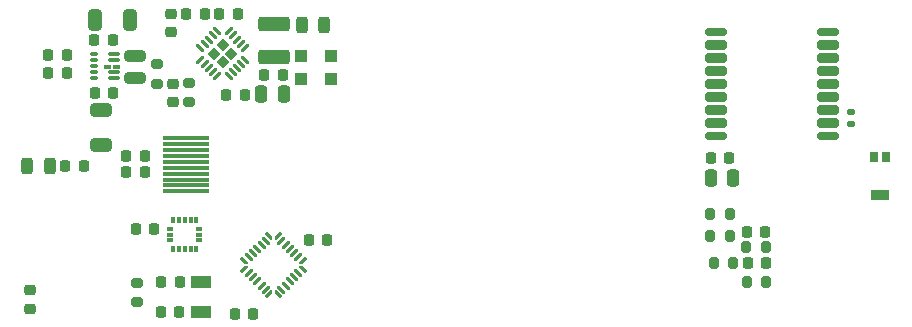
<source format=gbr>
%TF.GenerationSoftware,KiCad,Pcbnew,(6.0.0)*%
%TF.CreationDate,2022-02-06T18:07:19-07:00*%
%TF.ProjectId,SolarGPS,536f6c61-7247-4505-932e-6b696361645f,rev?*%
%TF.SameCoordinates,Original*%
%TF.FileFunction,Paste,Top*%
%TF.FilePolarity,Positive*%
%FSLAX46Y46*%
G04 Gerber Fmt 4.6, Leading zero omitted, Abs format (unit mm)*
G04 Created by KiCad (PCBNEW (6.0.0)) date 2022-02-06 18:07:19*
%MOMM*%
%LPD*%
G01*
G04 APERTURE LIST*
G04 Aperture macros list*
%AMRoundRect*
0 Rectangle with rounded corners*
0 $1 Rounding radius*
0 $2 $3 $4 $5 $6 $7 $8 $9 X,Y pos of 4 corners*
0 Add a 4 corners polygon primitive as box body*
4,1,4,$2,$3,$4,$5,$6,$7,$8,$9,$2,$3,0*
0 Add four circle primitives for the rounded corners*
1,1,$1+$1,$2,$3*
1,1,$1+$1,$4,$5*
1,1,$1+$1,$6,$7*
1,1,$1+$1,$8,$9*
0 Add four rect primitives between the rounded corners*
20,1,$1+$1,$2,$3,$4,$5,0*
20,1,$1+$1,$4,$5,$6,$7,0*
20,1,$1+$1,$6,$7,$8,$9,0*
20,1,$1+$1,$8,$9,$2,$3,0*%
%AMOutline4P*
0 Free polygon, 4 corners , with rotation*
0 The origin of the aperture is its center*
0 number of corners: always 4*
0 $1 to $8 corner X, Y*
0 $9 Rotation angle, in degrees counterclockwise*
0 create outline with 4 corners*
4,1,4,$1,$2,$3,$4,$5,$6,$7,$8,$1,$2,$9*%
%AMFreePoly0*
4,1,17,0.230680,0.111820,0.364318,-0.021819,0.364320,-0.021820,0.364320,-0.021821,0.377501,-0.053640,0.377500,-0.053642,0.377500,-0.080000,0.364320,-0.111820,0.332500,-0.125000,-0.332500,-0.125000,-0.364320,-0.111820,-0.377500,-0.080000,-0.377500,0.080000,-0.364320,0.111820,-0.332500,0.125000,0.198860,0.125000,0.230680,0.111820,0.230680,0.111820,$1*%
%AMFreePoly1*
4,1,17,0.364320,0.111820,0.377500,0.080000,0.377500,0.053642,0.377501,0.053640,0.369779,0.035000,0.364320,0.021820,0.364318,0.021819,0.230680,-0.111820,0.198860,-0.125000,-0.332500,-0.125000,-0.364320,-0.111820,-0.377500,-0.080000,-0.377500,0.080000,-0.364320,0.111820,-0.332500,0.125000,0.332500,0.125000,0.364320,0.111820,0.364320,0.111820,$1*%
%AMFreePoly2*
4,1,17,0.053642,0.377500,0.080000,0.377500,0.111820,0.364320,0.125000,0.332500,0.125000,-0.332500,0.111820,-0.364320,0.080000,-0.377500,-0.080000,-0.377500,-0.111820,-0.364320,-0.125000,-0.332500,-0.125000,0.198860,-0.111820,0.230680,0.021819,0.364318,0.021820,0.364320,0.031140,0.368181,0.053640,0.377501,0.053642,0.377500,0.053642,0.377500,$1*%
%AMFreePoly3*
4,1,17,-0.021820,0.364320,0.111818,0.230681,0.111820,0.230680,0.111820,0.230679,0.125001,0.198860,0.125000,0.198858,0.125000,-0.332500,0.111820,-0.364320,0.080000,-0.377500,-0.080000,-0.377500,-0.111820,-0.364320,-0.125000,-0.332500,-0.125000,0.332500,-0.111820,0.364320,-0.080000,0.377500,-0.053640,0.377500,-0.021820,0.364320,-0.021820,0.364320,$1*%
%AMFreePoly4*
4,1,17,0.364320,0.111820,0.377500,0.080000,0.377500,-0.080000,0.364320,-0.111820,0.332500,-0.125000,-0.198858,-0.125000,-0.198860,-0.125001,-0.221360,-0.115681,-0.230680,-0.111820,-0.230681,-0.111818,-0.364320,0.021820,-0.377500,0.053640,-0.377500,0.080000,-0.364320,0.111820,-0.332500,0.125000,0.332500,0.125000,0.364320,0.111820,0.364320,0.111820,$1*%
%AMFreePoly5*
4,1,17,-0.198858,0.125000,0.332500,0.125000,0.364320,0.111820,0.377500,0.080000,0.377500,-0.080000,0.364320,-0.111820,0.332500,-0.125000,-0.332500,-0.125000,-0.364320,-0.111820,-0.377500,-0.080000,-0.377500,-0.053640,-0.364320,-0.021820,-0.230681,0.111818,-0.230680,0.111820,-0.221360,0.115681,-0.198860,0.125001,-0.198858,0.125000,-0.198858,0.125000,$1*%
%AMFreePoly6*
4,1,17,0.111820,0.364320,0.125000,0.332500,0.125000,-0.198858,0.125001,-0.198860,0.115681,-0.221360,0.111820,-0.230680,0.111818,-0.230681,-0.021820,-0.364320,-0.053640,-0.377500,-0.080000,-0.377500,-0.111820,-0.364320,-0.125000,-0.332500,-0.125000,0.332500,-0.111820,0.364320,-0.080000,0.377500,0.080000,0.377500,0.111820,0.364320,0.111820,0.364320,$1*%
%AMFreePoly7*
4,1,17,0.111820,0.364320,0.125000,0.332500,0.125000,-0.332500,0.111820,-0.364320,0.080000,-0.377500,0.053642,-0.377500,0.053640,-0.377501,0.031140,-0.368181,0.021820,-0.364320,0.021819,-0.364318,-0.111820,-0.230680,-0.125000,-0.198860,-0.125000,0.332500,-0.111820,0.364320,-0.080000,0.377500,0.080000,0.377500,0.111820,0.364320,0.111820,0.364320,$1*%
G04 Aperture macros list end*
%ADD10C,0.010000*%
%ADD11RoundRect,0.250000X-0.325000X-0.650000X0.325000X-0.650000X0.325000X0.650000X-0.325000X0.650000X0*%
%ADD12RoundRect,0.218750X0.218750X0.256250X-0.218750X0.256250X-0.218750X-0.256250X0.218750X-0.256250X0*%
%ADD13RoundRect,0.243750X-0.243750X-0.456250X0.243750X-0.456250X0.243750X0.456250X-0.243750X0.456250X0*%
%ADD14RoundRect,0.218750X-0.218750X-0.256250X0.218750X-0.256250X0.218750X0.256250X-0.218750X0.256250X0*%
%ADD15RoundRect,0.250000X0.650000X-0.325000X0.650000X0.325000X-0.650000X0.325000X-0.650000X-0.325000X0*%
%ADD16RoundRect,0.012500X-0.287500X-0.112500X0.287500X-0.112500X0.287500X0.112500X-0.287500X0.112500X0*%
%ADD17RoundRect,0.012500X-0.437500X-0.112500X0.437500X-0.112500X0.437500X0.112500X-0.437500X0.112500X0*%
%ADD18RoundRect,0.243750X-0.656250X0.243750X-0.656250X-0.243750X0.656250X-0.243750X0.656250X0.243750X0*%
%ADD19RoundRect,0.250000X-1.075000X0.375000X-1.075000X-0.375000X1.075000X-0.375000X1.075000X0.375000X0*%
%ADD20RoundRect,0.218750X0.256250X-0.218750X0.256250X0.218750X-0.256250X0.218750X-0.256250X-0.218750X0*%
%ADD21RoundRect,0.250000X0.250000X0.475000X-0.250000X0.475000X-0.250000X-0.475000X0.250000X-0.475000X0*%
%ADD22RoundRect,0.225000X0.225000X0.250000X-0.225000X0.250000X-0.225000X-0.250000X0.225000X-0.250000X0*%
%ADD23RoundRect,0.225000X-0.225000X-0.250000X0.225000X-0.250000X0.225000X0.250000X-0.225000X0.250000X0*%
%ADD24RoundRect,0.087500X0.087500X-0.187500X0.087500X0.187500X-0.087500X0.187500X-0.087500X-0.187500X0*%
%ADD25RoundRect,0.087500X0.187500X-0.087500X0.187500X0.087500X-0.187500X0.087500X-0.187500X-0.087500X0*%
%ADD26R,4.000000X0.300000*%
%ADD27R,1.000000X1.000000*%
%ADD28RoundRect,0.202500X0.000000X0.286378X-0.286378X0.000000X0.000000X-0.286378X0.286378X0.000000X0*%
%ADD29RoundRect,0.062500X0.220971X0.309359X-0.309359X-0.220971X-0.220971X-0.309359X0.309359X0.220971X0*%
%ADD30RoundRect,0.062500X-0.220971X0.309359X-0.309359X0.220971X0.220971X-0.309359X0.309359X-0.220971X0*%
%ADD31RoundRect,0.200000X0.200000X0.275000X-0.200000X0.275000X-0.200000X-0.275000X0.200000X-0.275000X0*%
%ADD32RoundRect,0.200000X0.275000X-0.200000X0.275000X0.200000X-0.275000X0.200000X-0.275000X-0.200000X0*%
%ADD33RoundRect,0.225000X0.250000X-0.225000X0.250000X0.225000X-0.250000X0.225000X-0.250000X-0.225000X0*%
%ADD34RoundRect,0.147500X-0.172500X0.147500X-0.172500X-0.147500X0.172500X-0.147500X0.172500X0.147500X0*%
%ADD35RoundRect,0.175000X-0.725000X-0.175000X0.725000X-0.175000X0.725000X0.175000X-0.725000X0.175000X0*%
%ADD36RoundRect,0.200000X-0.700000X-0.200000X0.700000X-0.200000X0.700000X0.200000X-0.700000X0.200000X0*%
%ADD37Outline4P,-0.400000X-0.325000X0.400000X-0.325000X0.400000X0.325000X-0.400000X0.325000X90.000000*%
%ADD38Outline4P,-0.400000X-0.800000X0.400000X-0.800000X0.400000X0.800000X-0.400000X0.800000X90.000000*%
%ADD39RoundRect,0.250000X-0.250000X-0.475000X0.250000X-0.475000X0.250000X0.475000X-0.250000X0.475000X0*%
%ADD40FreePoly0,45.000000*%
%ADD41RoundRect,0.062500X-0.220971X-0.309359X0.309359X0.220971X0.220971X0.309359X-0.309359X-0.220971X0*%
%ADD42FreePoly1,45.000000*%
%ADD43FreePoly2,45.000000*%
%ADD44RoundRect,0.062500X0.220971X-0.309359X0.309359X-0.220971X-0.220971X0.309359X-0.309359X0.220971X0*%
%ADD45FreePoly3,45.000000*%
%ADD46FreePoly4,45.000000*%
%ADD47FreePoly5,45.000000*%
%ADD48FreePoly6,45.000000*%
%ADD49FreePoly7,45.000000*%
%ADD50R,1.800000X1.000000*%
G04 APERTURE END LIST*
D10*
%TO.C,U7*%
X58375000Y-55275000D02*
X57925000Y-55275000D01*
X57925000Y-55275000D02*
X57922000Y-55275000D01*
X57922000Y-55275000D02*
X57920000Y-55275000D01*
X57920000Y-55275000D02*
X57917000Y-55274000D01*
X57917000Y-55274000D02*
X57915000Y-55274000D01*
X57915000Y-55274000D02*
X57912000Y-55273000D01*
X57912000Y-55273000D02*
X57910000Y-55273000D01*
X57910000Y-55273000D02*
X57907000Y-55272000D01*
X57907000Y-55272000D02*
X57905000Y-55271000D01*
X57905000Y-55271000D02*
X57902000Y-55270000D01*
X57902000Y-55270000D02*
X57900000Y-55268000D01*
X57900000Y-55268000D02*
X57898000Y-55267000D01*
X57898000Y-55267000D02*
X57896000Y-55265000D01*
X57896000Y-55265000D02*
X57894000Y-55264000D01*
X57894000Y-55264000D02*
X57892000Y-55262000D01*
X57892000Y-55262000D02*
X57890000Y-55260000D01*
X57890000Y-55260000D02*
X57888000Y-55258000D01*
X57888000Y-55258000D02*
X57886000Y-55256000D01*
X57886000Y-55256000D02*
X57885000Y-55254000D01*
X57885000Y-55254000D02*
X57883000Y-55252000D01*
X57883000Y-55252000D02*
X57882000Y-55250000D01*
X57882000Y-55250000D02*
X57880000Y-55248000D01*
X57880000Y-55248000D02*
X57879000Y-55245000D01*
X57879000Y-55245000D02*
X57878000Y-55243000D01*
X57878000Y-55243000D02*
X57877000Y-55240000D01*
X57877000Y-55240000D02*
X57877000Y-55238000D01*
X57877000Y-55238000D02*
X57876000Y-55235000D01*
X57876000Y-55235000D02*
X57876000Y-55233000D01*
X57876000Y-55233000D02*
X57875000Y-55230000D01*
X57875000Y-55230000D02*
X57875000Y-55228000D01*
X57875000Y-55228000D02*
X57875000Y-55225000D01*
X57875000Y-55225000D02*
X57875000Y-55075000D01*
X57875000Y-55075000D02*
X57875000Y-55072000D01*
X57875000Y-55072000D02*
X57875000Y-55070000D01*
X57875000Y-55070000D02*
X57876000Y-55067000D01*
X57876000Y-55067000D02*
X57876000Y-55065000D01*
X57876000Y-55065000D02*
X57877000Y-55062000D01*
X57877000Y-55062000D02*
X57877000Y-55060000D01*
X57877000Y-55060000D02*
X57878000Y-55057000D01*
X57878000Y-55057000D02*
X57879000Y-55055000D01*
X57879000Y-55055000D02*
X57880000Y-55052000D01*
X57880000Y-55052000D02*
X57882000Y-55050000D01*
X57882000Y-55050000D02*
X57883000Y-55048000D01*
X57883000Y-55048000D02*
X57885000Y-55046000D01*
X57885000Y-55046000D02*
X57886000Y-55044000D01*
X57886000Y-55044000D02*
X57888000Y-55042000D01*
X57888000Y-55042000D02*
X57890000Y-55040000D01*
X57890000Y-55040000D02*
X57892000Y-55038000D01*
X57892000Y-55038000D02*
X57894000Y-55036000D01*
X57894000Y-55036000D02*
X57896000Y-55035000D01*
X57896000Y-55035000D02*
X57898000Y-55033000D01*
X57898000Y-55033000D02*
X57900000Y-55032000D01*
X57900000Y-55032000D02*
X57902000Y-55030000D01*
X57902000Y-55030000D02*
X57905000Y-55029000D01*
X57905000Y-55029000D02*
X57907000Y-55028000D01*
X57907000Y-55028000D02*
X57910000Y-55027000D01*
X57910000Y-55027000D02*
X57912000Y-55027000D01*
X57912000Y-55027000D02*
X57915000Y-55026000D01*
X57915000Y-55026000D02*
X57917000Y-55026000D01*
X57917000Y-55026000D02*
X57920000Y-55025000D01*
X57920000Y-55025000D02*
X57922000Y-55025000D01*
X57922000Y-55025000D02*
X57925000Y-55025000D01*
X57925000Y-55025000D02*
X58375000Y-55025000D01*
X58375000Y-55025000D02*
X58378000Y-55025000D01*
X58378000Y-55025000D02*
X58380000Y-55025000D01*
X58380000Y-55025000D02*
X58383000Y-55026000D01*
X58383000Y-55026000D02*
X58385000Y-55026000D01*
X58385000Y-55026000D02*
X58388000Y-55027000D01*
X58388000Y-55027000D02*
X58390000Y-55027000D01*
X58390000Y-55027000D02*
X58393000Y-55028000D01*
X58393000Y-55028000D02*
X58395000Y-55029000D01*
X58395000Y-55029000D02*
X58398000Y-55030000D01*
X58398000Y-55030000D02*
X58400000Y-55032000D01*
X58400000Y-55032000D02*
X58402000Y-55033000D01*
X58402000Y-55033000D02*
X58404000Y-55035000D01*
X58404000Y-55035000D02*
X58406000Y-55036000D01*
X58406000Y-55036000D02*
X58408000Y-55038000D01*
X58408000Y-55038000D02*
X58410000Y-55040000D01*
X58410000Y-55040000D02*
X58412000Y-55042000D01*
X58412000Y-55042000D02*
X58414000Y-55044000D01*
X58414000Y-55044000D02*
X58415000Y-55046000D01*
X58415000Y-55046000D02*
X58417000Y-55048000D01*
X58417000Y-55048000D02*
X58418000Y-55050000D01*
X58418000Y-55050000D02*
X58420000Y-55052000D01*
X58420000Y-55052000D02*
X58421000Y-55055000D01*
X58421000Y-55055000D02*
X58422000Y-55057000D01*
X58422000Y-55057000D02*
X58423000Y-55060000D01*
X58423000Y-55060000D02*
X58423000Y-55062000D01*
X58423000Y-55062000D02*
X58424000Y-55065000D01*
X58424000Y-55065000D02*
X58424000Y-55067000D01*
X58424000Y-55067000D02*
X58425000Y-55070000D01*
X58425000Y-55070000D02*
X58425000Y-55072000D01*
X58425000Y-55072000D02*
X58425000Y-55075000D01*
X58425000Y-55075000D02*
X58425000Y-55225000D01*
X58425000Y-55225000D02*
X58425000Y-55228000D01*
X58425000Y-55228000D02*
X58425000Y-55230000D01*
X58425000Y-55230000D02*
X58424000Y-55233000D01*
X58424000Y-55233000D02*
X58424000Y-55235000D01*
X58424000Y-55235000D02*
X58423000Y-55238000D01*
X58423000Y-55238000D02*
X58423000Y-55240000D01*
X58423000Y-55240000D02*
X58422000Y-55243000D01*
X58422000Y-55243000D02*
X58421000Y-55245000D01*
X58421000Y-55245000D02*
X58420000Y-55248000D01*
X58420000Y-55248000D02*
X58418000Y-55250000D01*
X58418000Y-55250000D02*
X58417000Y-55252000D01*
X58417000Y-55252000D02*
X58415000Y-55254000D01*
X58415000Y-55254000D02*
X58414000Y-55256000D01*
X58414000Y-55256000D02*
X58412000Y-55258000D01*
X58412000Y-55258000D02*
X58410000Y-55260000D01*
X58410000Y-55260000D02*
X58408000Y-55262000D01*
X58408000Y-55262000D02*
X58406000Y-55264000D01*
X58406000Y-55264000D02*
X58404000Y-55265000D01*
X58404000Y-55265000D02*
X58402000Y-55267000D01*
X58402000Y-55267000D02*
X58400000Y-55268000D01*
X58400000Y-55268000D02*
X58398000Y-55270000D01*
X58398000Y-55270000D02*
X58395000Y-55271000D01*
X58395000Y-55271000D02*
X58393000Y-55272000D01*
X58393000Y-55272000D02*
X58390000Y-55273000D01*
X58390000Y-55273000D02*
X58388000Y-55273000D01*
X58388000Y-55273000D02*
X58385000Y-55274000D01*
X58385000Y-55274000D02*
X58383000Y-55274000D01*
X58383000Y-55274000D02*
X58380000Y-55275000D01*
X58380000Y-55275000D02*
X58378000Y-55275000D01*
X58378000Y-55275000D02*
X58375000Y-55275000D01*
X58375000Y-55275000D02*
X58375000Y-55275000D01*
G36*
X58383000Y-55026000D02*
G01*
X58385000Y-55026000D01*
X58388000Y-55027000D01*
X58390000Y-55027000D01*
X58393000Y-55028000D01*
X58395000Y-55029000D01*
X58398000Y-55030000D01*
X58400000Y-55032000D01*
X58402000Y-55033000D01*
X58404000Y-55035000D01*
X58406000Y-55036000D01*
X58414000Y-55044000D01*
X58415000Y-55046000D01*
X58417000Y-55048000D01*
X58418000Y-55050000D01*
X58420000Y-55052000D01*
X58421000Y-55055000D01*
X58422000Y-55057000D01*
X58423000Y-55060000D01*
X58423000Y-55062000D01*
X58424000Y-55065000D01*
X58424000Y-55067000D01*
X58425000Y-55070000D01*
X58425000Y-55230000D01*
X58424000Y-55233000D01*
X58424000Y-55235000D01*
X58423000Y-55238000D01*
X58423000Y-55240000D01*
X58422000Y-55243000D01*
X58421000Y-55245000D01*
X58420000Y-55248000D01*
X58418000Y-55250000D01*
X58417000Y-55252000D01*
X58415000Y-55254000D01*
X58414000Y-55256000D01*
X58406000Y-55264000D01*
X58404000Y-55265000D01*
X58402000Y-55267000D01*
X58400000Y-55268000D01*
X58398000Y-55270000D01*
X58395000Y-55271000D01*
X58393000Y-55272000D01*
X58390000Y-55273000D01*
X58388000Y-55273000D01*
X58385000Y-55274000D01*
X58383000Y-55274000D01*
X58380000Y-55275000D01*
X57920000Y-55275000D01*
X57917000Y-55274000D01*
X57915000Y-55274000D01*
X57912000Y-55273000D01*
X57910000Y-55273000D01*
X57907000Y-55272000D01*
X57905000Y-55271000D01*
X57902000Y-55270000D01*
X57900000Y-55268000D01*
X57898000Y-55267000D01*
X57896000Y-55265000D01*
X57894000Y-55264000D01*
X57886000Y-55256000D01*
X57885000Y-55254000D01*
X57883000Y-55252000D01*
X57882000Y-55250000D01*
X57880000Y-55248000D01*
X57879000Y-55245000D01*
X57878000Y-55243000D01*
X57877000Y-55240000D01*
X57877000Y-55238000D01*
X57876000Y-55235000D01*
X57876000Y-55233000D01*
X57875000Y-55230000D01*
X57875000Y-55070000D01*
X57876000Y-55067000D01*
X57876000Y-55065000D01*
X57877000Y-55062000D01*
X57877000Y-55060000D01*
X57878000Y-55057000D01*
X57879000Y-55055000D01*
X57880000Y-55052000D01*
X57882000Y-55050000D01*
X57883000Y-55048000D01*
X57885000Y-55046000D01*
X57886000Y-55044000D01*
X57894000Y-55036000D01*
X57896000Y-55035000D01*
X57898000Y-55033000D01*
X57900000Y-55032000D01*
X57902000Y-55030000D01*
X57905000Y-55029000D01*
X57907000Y-55028000D01*
X57910000Y-55027000D01*
X57912000Y-55027000D01*
X57915000Y-55026000D01*
X57917000Y-55026000D01*
X57920000Y-55025000D01*
X58380000Y-55025000D01*
X58383000Y-55026000D01*
G37*
X58383000Y-55026000D02*
X58385000Y-55026000D01*
X58388000Y-55027000D01*
X58390000Y-55027000D01*
X58393000Y-55028000D01*
X58395000Y-55029000D01*
X58398000Y-55030000D01*
X58400000Y-55032000D01*
X58402000Y-55033000D01*
X58404000Y-55035000D01*
X58406000Y-55036000D01*
X58414000Y-55044000D01*
X58415000Y-55046000D01*
X58417000Y-55048000D01*
X58418000Y-55050000D01*
X58420000Y-55052000D01*
X58421000Y-55055000D01*
X58422000Y-55057000D01*
X58423000Y-55060000D01*
X58423000Y-55062000D01*
X58424000Y-55065000D01*
X58424000Y-55067000D01*
X58425000Y-55070000D01*
X58425000Y-55230000D01*
X58424000Y-55233000D01*
X58424000Y-55235000D01*
X58423000Y-55238000D01*
X58423000Y-55240000D01*
X58422000Y-55243000D01*
X58421000Y-55245000D01*
X58420000Y-55248000D01*
X58418000Y-55250000D01*
X58417000Y-55252000D01*
X58415000Y-55254000D01*
X58414000Y-55256000D01*
X58406000Y-55264000D01*
X58404000Y-55265000D01*
X58402000Y-55267000D01*
X58400000Y-55268000D01*
X58398000Y-55270000D01*
X58395000Y-55271000D01*
X58393000Y-55272000D01*
X58390000Y-55273000D01*
X58388000Y-55273000D01*
X58385000Y-55274000D01*
X58383000Y-55274000D01*
X58380000Y-55275000D01*
X57920000Y-55275000D01*
X57917000Y-55274000D01*
X57915000Y-55274000D01*
X57912000Y-55273000D01*
X57910000Y-55273000D01*
X57907000Y-55272000D01*
X57905000Y-55271000D01*
X57902000Y-55270000D01*
X57900000Y-55268000D01*
X57898000Y-55267000D01*
X57896000Y-55265000D01*
X57894000Y-55264000D01*
X57886000Y-55256000D01*
X57885000Y-55254000D01*
X57883000Y-55252000D01*
X57882000Y-55250000D01*
X57880000Y-55248000D01*
X57879000Y-55245000D01*
X57878000Y-55243000D01*
X57877000Y-55240000D01*
X57877000Y-55238000D01*
X57876000Y-55235000D01*
X57876000Y-55233000D01*
X57875000Y-55230000D01*
X57875000Y-55070000D01*
X57876000Y-55067000D01*
X57876000Y-55065000D01*
X57877000Y-55062000D01*
X57877000Y-55060000D01*
X57878000Y-55057000D01*
X57879000Y-55055000D01*
X57880000Y-55052000D01*
X57882000Y-55050000D01*
X57883000Y-55048000D01*
X57885000Y-55046000D01*
X57886000Y-55044000D01*
X57894000Y-55036000D01*
X57896000Y-55035000D01*
X57898000Y-55033000D01*
X57900000Y-55032000D01*
X57902000Y-55030000D01*
X57905000Y-55029000D01*
X57907000Y-55028000D01*
X57910000Y-55027000D01*
X57912000Y-55027000D01*
X57915000Y-55026000D01*
X57917000Y-55026000D01*
X57920000Y-55025000D01*
X58380000Y-55025000D01*
X58383000Y-55026000D01*
X57625000Y-55275000D02*
X57175000Y-55275000D01*
X57175000Y-55275000D02*
X57172000Y-55275000D01*
X57172000Y-55275000D02*
X57170000Y-55275000D01*
X57170000Y-55275000D02*
X57167000Y-55274000D01*
X57167000Y-55274000D02*
X57165000Y-55274000D01*
X57165000Y-55274000D02*
X57162000Y-55273000D01*
X57162000Y-55273000D02*
X57160000Y-55273000D01*
X57160000Y-55273000D02*
X57157000Y-55272000D01*
X57157000Y-55272000D02*
X57155000Y-55271000D01*
X57155000Y-55271000D02*
X57152000Y-55270000D01*
X57152000Y-55270000D02*
X57150000Y-55268000D01*
X57150000Y-55268000D02*
X57148000Y-55267000D01*
X57148000Y-55267000D02*
X57146000Y-55265000D01*
X57146000Y-55265000D02*
X57144000Y-55264000D01*
X57144000Y-55264000D02*
X57142000Y-55262000D01*
X57142000Y-55262000D02*
X57140000Y-55260000D01*
X57140000Y-55260000D02*
X57138000Y-55258000D01*
X57138000Y-55258000D02*
X57136000Y-55256000D01*
X57136000Y-55256000D02*
X57135000Y-55254000D01*
X57135000Y-55254000D02*
X57133000Y-55252000D01*
X57133000Y-55252000D02*
X57132000Y-55250000D01*
X57132000Y-55250000D02*
X57130000Y-55248000D01*
X57130000Y-55248000D02*
X57129000Y-55245000D01*
X57129000Y-55245000D02*
X57128000Y-55243000D01*
X57128000Y-55243000D02*
X57127000Y-55240000D01*
X57127000Y-55240000D02*
X57127000Y-55238000D01*
X57127000Y-55238000D02*
X57126000Y-55235000D01*
X57126000Y-55235000D02*
X57126000Y-55233000D01*
X57126000Y-55233000D02*
X57125000Y-55230000D01*
X57125000Y-55230000D02*
X57125000Y-55228000D01*
X57125000Y-55228000D02*
X57125000Y-55225000D01*
X57125000Y-55225000D02*
X57125000Y-55075000D01*
X57125000Y-55075000D02*
X57125000Y-55072000D01*
X57125000Y-55072000D02*
X57125000Y-55070000D01*
X57125000Y-55070000D02*
X57126000Y-55067000D01*
X57126000Y-55067000D02*
X57126000Y-55065000D01*
X57126000Y-55065000D02*
X57127000Y-55062000D01*
X57127000Y-55062000D02*
X57127000Y-55060000D01*
X57127000Y-55060000D02*
X57128000Y-55057000D01*
X57128000Y-55057000D02*
X57129000Y-55055000D01*
X57129000Y-55055000D02*
X57130000Y-55052000D01*
X57130000Y-55052000D02*
X57132000Y-55050000D01*
X57132000Y-55050000D02*
X57133000Y-55048000D01*
X57133000Y-55048000D02*
X57135000Y-55046000D01*
X57135000Y-55046000D02*
X57136000Y-55044000D01*
X57136000Y-55044000D02*
X57138000Y-55042000D01*
X57138000Y-55042000D02*
X57140000Y-55040000D01*
X57140000Y-55040000D02*
X57142000Y-55038000D01*
X57142000Y-55038000D02*
X57144000Y-55036000D01*
X57144000Y-55036000D02*
X57146000Y-55035000D01*
X57146000Y-55035000D02*
X57148000Y-55033000D01*
X57148000Y-55033000D02*
X57150000Y-55032000D01*
X57150000Y-55032000D02*
X57152000Y-55030000D01*
X57152000Y-55030000D02*
X57155000Y-55029000D01*
X57155000Y-55029000D02*
X57157000Y-55028000D01*
X57157000Y-55028000D02*
X57160000Y-55027000D01*
X57160000Y-55027000D02*
X57162000Y-55027000D01*
X57162000Y-55027000D02*
X57165000Y-55026000D01*
X57165000Y-55026000D02*
X57167000Y-55026000D01*
X57167000Y-55026000D02*
X57170000Y-55025000D01*
X57170000Y-55025000D02*
X57172000Y-55025000D01*
X57172000Y-55025000D02*
X57175000Y-55025000D01*
X57175000Y-55025000D02*
X57625000Y-55025000D01*
X57625000Y-55025000D02*
X57628000Y-55025000D01*
X57628000Y-55025000D02*
X57630000Y-55025000D01*
X57630000Y-55025000D02*
X57633000Y-55026000D01*
X57633000Y-55026000D02*
X57635000Y-55026000D01*
X57635000Y-55026000D02*
X57638000Y-55027000D01*
X57638000Y-55027000D02*
X57640000Y-55027000D01*
X57640000Y-55027000D02*
X57643000Y-55028000D01*
X57643000Y-55028000D02*
X57645000Y-55029000D01*
X57645000Y-55029000D02*
X57648000Y-55030000D01*
X57648000Y-55030000D02*
X57650000Y-55032000D01*
X57650000Y-55032000D02*
X57652000Y-55033000D01*
X57652000Y-55033000D02*
X57654000Y-55035000D01*
X57654000Y-55035000D02*
X57656000Y-55036000D01*
X57656000Y-55036000D02*
X57658000Y-55038000D01*
X57658000Y-55038000D02*
X57660000Y-55040000D01*
X57660000Y-55040000D02*
X57662000Y-55042000D01*
X57662000Y-55042000D02*
X57664000Y-55044000D01*
X57664000Y-55044000D02*
X57665000Y-55046000D01*
X57665000Y-55046000D02*
X57667000Y-55048000D01*
X57667000Y-55048000D02*
X57668000Y-55050000D01*
X57668000Y-55050000D02*
X57670000Y-55052000D01*
X57670000Y-55052000D02*
X57671000Y-55055000D01*
X57671000Y-55055000D02*
X57672000Y-55057000D01*
X57672000Y-55057000D02*
X57673000Y-55060000D01*
X57673000Y-55060000D02*
X57673000Y-55062000D01*
X57673000Y-55062000D02*
X57674000Y-55065000D01*
X57674000Y-55065000D02*
X57674000Y-55067000D01*
X57674000Y-55067000D02*
X57675000Y-55070000D01*
X57675000Y-55070000D02*
X57675000Y-55072000D01*
X57675000Y-55072000D02*
X57675000Y-55075000D01*
X57675000Y-55075000D02*
X57675000Y-55225000D01*
X57675000Y-55225000D02*
X57675000Y-55228000D01*
X57675000Y-55228000D02*
X57675000Y-55230000D01*
X57675000Y-55230000D02*
X57674000Y-55233000D01*
X57674000Y-55233000D02*
X57674000Y-55235000D01*
X57674000Y-55235000D02*
X57673000Y-55238000D01*
X57673000Y-55238000D02*
X57673000Y-55240000D01*
X57673000Y-55240000D02*
X57672000Y-55243000D01*
X57672000Y-55243000D02*
X57671000Y-55245000D01*
X57671000Y-55245000D02*
X57670000Y-55248000D01*
X57670000Y-55248000D02*
X57668000Y-55250000D01*
X57668000Y-55250000D02*
X57667000Y-55252000D01*
X57667000Y-55252000D02*
X57665000Y-55254000D01*
X57665000Y-55254000D02*
X57664000Y-55256000D01*
X57664000Y-55256000D02*
X57662000Y-55258000D01*
X57662000Y-55258000D02*
X57660000Y-55260000D01*
X57660000Y-55260000D02*
X57658000Y-55262000D01*
X57658000Y-55262000D02*
X57656000Y-55264000D01*
X57656000Y-55264000D02*
X57654000Y-55265000D01*
X57654000Y-55265000D02*
X57652000Y-55267000D01*
X57652000Y-55267000D02*
X57650000Y-55268000D01*
X57650000Y-55268000D02*
X57648000Y-55270000D01*
X57648000Y-55270000D02*
X57645000Y-55271000D01*
X57645000Y-55271000D02*
X57643000Y-55272000D01*
X57643000Y-55272000D02*
X57640000Y-55273000D01*
X57640000Y-55273000D02*
X57638000Y-55273000D01*
X57638000Y-55273000D02*
X57635000Y-55274000D01*
X57635000Y-55274000D02*
X57633000Y-55274000D01*
X57633000Y-55274000D02*
X57630000Y-55275000D01*
X57630000Y-55275000D02*
X57628000Y-55275000D01*
X57628000Y-55275000D02*
X57625000Y-55275000D01*
X57625000Y-55275000D02*
X57625000Y-55275000D01*
G36*
X57633000Y-55026000D02*
G01*
X57635000Y-55026000D01*
X57638000Y-55027000D01*
X57640000Y-55027000D01*
X57643000Y-55028000D01*
X57645000Y-55029000D01*
X57648000Y-55030000D01*
X57650000Y-55032000D01*
X57652000Y-55033000D01*
X57654000Y-55035000D01*
X57656000Y-55036000D01*
X57664000Y-55044000D01*
X57665000Y-55046000D01*
X57667000Y-55048000D01*
X57668000Y-55050000D01*
X57670000Y-55052000D01*
X57671000Y-55055000D01*
X57672000Y-55057000D01*
X57673000Y-55060000D01*
X57673000Y-55062000D01*
X57674000Y-55065000D01*
X57674000Y-55067000D01*
X57675000Y-55070000D01*
X57675000Y-55230000D01*
X57674000Y-55233000D01*
X57674000Y-55235000D01*
X57673000Y-55238000D01*
X57673000Y-55240000D01*
X57672000Y-55243000D01*
X57671000Y-55245000D01*
X57670000Y-55248000D01*
X57668000Y-55250000D01*
X57667000Y-55252000D01*
X57665000Y-55254000D01*
X57664000Y-55256000D01*
X57656000Y-55264000D01*
X57654000Y-55265000D01*
X57652000Y-55267000D01*
X57650000Y-55268000D01*
X57648000Y-55270000D01*
X57645000Y-55271000D01*
X57643000Y-55272000D01*
X57640000Y-55273000D01*
X57638000Y-55273000D01*
X57635000Y-55274000D01*
X57633000Y-55274000D01*
X57630000Y-55275000D01*
X57170000Y-55275000D01*
X57167000Y-55274000D01*
X57165000Y-55274000D01*
X57162000Y-55273000D01*
X57160000Y-55273000D01*
X57157000Y-55272000D01*
X57155000Y-55271000D01*
X57152000Y-55270000D01*
X57150000Y-55268000D01*
X57148000Y-55267000D01*
X57146000Y-55265000D01*
X57144000Y-55264000D01*
X57136000Y-55256000D01*
X57135000Y-55254000D01*
X57133000Y-55252000D01*
X57132000Y-55250000D01*
X57130000Y-55248000D01*
X57129000Y-55245000D01*
X57128000Y-55243000D01*
X57127000Y-55240000D01*
X57127000Y-55238000D01*
X57126000Y-55235000D01*
X57126000Y-55233000D01*
X57125000Y-55230000D01*
X57125000Y-55070000D01*
X57126000Y-55067000D01*
X57126000Y-55065000D01*
X57127000Y-55062000D01*
X57127000Y-55060000D01*
X57128000Y-55057000D01*
X57129000Y-55055000D01*
X57130000Y-55052000D01*
X57132000Y-55050000D01*
X57133000Y-55048000D01*
X57135000Y-55046000D01*
X57136000Y-55044000D01*
X57144000Y-55036000D01*
X57146000Y-55035000D01*
X57148000Y-55033000D01*
X57150000Y-55032000D01*
X57152000Y-55030000D01*
X57155000Y-55029000D01*
X57157000Y-55028000D01*
X57160000Y-55027000D01*
X57162000Y-55027000D01*
X57165000Y-55026000D01*
X57167000Y-55026000D01*
X57170000Y-55025000D01*
X57630000Y-55025000D01*
X57633000Y-55026000D01*
G37*
X57633000Y-55026000D02*
X57635000Y-55026000D01*
X57638000Y-55027000D01*
X57640000Y-55027000D01*
X57643000Y-55028000D01*
X57645000Y-55029000D01*
X57648000Y-55030000D01*
X57650000Y-55032000D01*
X57652000Y-55033000D01*
X57654000Y-55035000D01*
X57656000Y-55036000D01*
X57664000Y-55044000D01*
X57665000Y-55046000D01*
X57667000Y-55048000D01*
X57668000Y-55050000D01*
X57670000Y-55052000D01*
X57671000Y-55055000D01*
X57672000Y-55057000D01*
X57673000Y-55060000D01*
X57673000Y-55062000D01*
X57674000Y-55065000D01*
X57674000Y-55067000D01*
X57675000Y-55070000D01*
X57675000Y-55230000D01*
X57674000Y-55233000D01*
X57674000Y-55235000D01*
X57673000Y-55238000D01*
X57673000Y-55240000D01*
X57672000Y-55243000D01*
X57671000Y-55245000D01*
X57670000Y-55248000D01*
X57668000Y-55250000D01*
X57667000Y-55252000D01*
X57665000Y-55254000D01*
X57664000Y-55256000D01*
X57656000Y-55264000D01*
X57654000Y-55265000D01*
X57652000Y-55267000D01*
X57650000Y-55268000D01*
X57648000Y-55270000D01*
X57645000Y-55271000D01*
X57643000Y-55272000D01*
X57640000Y-55273000D01*
X57638000Y-55273000D01*
X57635000Y-55274000D01*
X57633000Y-55274000D01*
X57630000Y-55275000D01*
X57170000Y-55275000D01*
X57167000Y-55274000D01*
X57165000Y-55274000D01*
X57162000Y-55273000D01*
X57160000Y-55273000D01*
X57157000Y-55272000D01*
X57155000Y-55271000D01*
X57152000Y-55270000D01*
X57150000Y-55268000D01*
X57148000Y-55267000D01*
X57146000Y-55265000D01*
X57144000Y-55264000D01*
X57136000Y-55256000D01*
X57135000Y-55254000D01*
X57133000Y-55252000D01*
X57132000Y-55250000D01*
X57130000Y-55248000D01*
X57129000Y-55245000D01*
X57128000Y-55243000D01*
X57127000Y-55240000D01*
X57127000Y-55238000D01*
X57126000Y-55235000D01*
X57126000Y-55233000D01*
X57125000Y-55230000D01*
X57125000Y-55070000D01*
X57126000Y-55067000D01*
X57126000Y-55065000D01*
X57127000Y-55062000D01*
X57127000Y-55060000D01*
X57128000Y-55057000D01*
X57129000Y-55055000D01*
X57130000Y-55052000D01*
X57132000Y-55050000D01*
X57133000Y-55048000D01*
X57135000Y-55046000D01*
X57136000Y-55044000D01*
X57144000Y-55036000D01*
X57146000Y-55035000D01*
X57148000Y-55033000D01*
X57150000Y-55032000D01*
X57152000Y-55030000D01*
X57155000Y-55029000D01*
X57157000Y-55028000D01*
X57160000Y-55027000D01*
X57162000Y-55027000D01*
X57165000Y-55026000D01*
X57167000Y-55026000D01*
X57170000Y-55025000D01*
X57630000Y-55025000D01*
X57633000Y-55026000D01*
%TD*%
D11*
%TO.C,C12*%
X56375000Y-51200000D03*
X59325000Y-51200000D03*
%TD*%
D12*
%TO.C,R3*%
X55425000Y-63600000D03*
X53850000Y-63600000D03*
%TD*%
D13*
%TO.C,D2*%
X50662500Y-63600000D03*
X52537500Y-63600000D03*
%TD*%
D14*
%TO.C,C5*%
X56362500Y-57450000D03*
X57937500Y-57450000D03*
%TD*%
D15*
%TO.C,C7*%
X56900000Y-61825000D03*
X56900000Y-58875000D03*
%TD*%
D14*
%TO.C,C8*%
X56312500Y-52950000D03*
X57887500Y-52950000D03*
%TD*%
D12*
%TO.C,R4*%
X53987500Y-55700000D03*
X52412500Y-55700000D03*
%TD*%
D14*
%TO.C,R5*%
X52425000Y-54200000D03*
X54000000Y-54200000D03*
%TD*%
D16*
%TO.C,U7*%
X56325000Y-54150000D03*
X56325000Y-54650000D03*
X56325000Y-55150000D03*
X56325000Y-55650000D03*
X56325000Y-56150000D03*
D17*
X57975000Y-56150000D03*
X57975000Y-55650000D03*
X57975000Y-54650000D03*
X57975000Y-54150000D03*
%TD*%
D18*
%TO.C,L2*%
X59725000Y-54312500D03*
X59725000Y-56187500D03*
%TD*%
D13*
%TO.C,C3*%
X73862500Y-51650000D03*
X75737500Y-51650000D03*
%TD*%
D12*
%TO.C,C6*%
X68450000Y-50700000D03*
X66875000Y-50700000D03*
%TD*%
%TO.C,C19*%
X72300000Y-55900000D03*
X70725000Y-55900000D03*
%TD*%
D19*
%TO.C,L3*%
X71500000Y-51600000D03*
X71500000Y-54400000D03*
%TD*%
D14*
%TO.C,ROV3*%
X64100000Y-50700000D03*
X65675000Y-50700000D03*
%TD*%
D20*
%TO.C,ROV4*%
X62850000Y-52287500D03*
X62850000Y-50712500D03*
%TD*%
D14*
%TO.C,C9*%
X59012500Y-62760000D03*
X60587500Y-62760000D03*
%TD*%
%TO.C,C20*%
X59000000Y-64080000D03*
X60575000Y-64080000D03*
%TD*%
%TO.C,C15*%
X67475000Y-57550000D03*
X69050000Y-57550000D03*
%TD*%
D21*
%TO.C,C2*%
X72350000Y-57510000D03*
X70450000Y-57510000D03*
%TD*%
D22*
%TO.C,C25*%
X69750000Y-76100000D03*
X68200000Y-76100000D03*
%TD*%
D23*
%TO.C,C26*%
X59850000Y-68950000D03*
X61400000Y-68950000D03*
%TD*%
D24*
%TO.C,U6*%
X62970000Y-70635000D03*
X63470000Y-70635000D03*
X63970000Y-70635000D03*
X64470000Y-70635000D03*
X64970000Y-70635000D03*
D25*
X65195000Y-69910000D03*
X65195000Y-69410000D03*
X65195000Y-68910000D03*
D24*
X64970000Y-68185000D03*
X64470000Y-68185000D03*
X63970000Y-68185000D03*
X63470000Y-68185000D03*
X62970000Y-68185000D03*
D25*
X62745000Y-68910000D03*
X62745000Y-69410000D03*
X62745000Y-69910000D03*
%TD*%
D26*
%TO.C,J1*%
X64070000Y-65750000D03*
X64070000Y-65250000D03*
X64070000Y-64750000D03*
X64070000Y-64250000D03*
X64070000Y-63750000D03*
X64070000Y-63250000D03*
X64070000Y-62750000D03*
X64070000Y-62250000D03*
X64070000Y-61750000D03*
X64070000Y-61250000D03*
%TD*%
D27*
%TO.C,D1*%
X73850000Y-56200000D03*
X76350000Y-56200000D03*
%TD*%
%TO.C,D3*%
X73850000Y-54250000D03*
X76350000Y-54250000D03*
%TD*%
D28*
%TO.C,U5*%
X66492893Y-54100000D03*
X67200000Y-53392893D03*
X67200000Y-54807107D03*
X67907107Y-54100000D03*
D29*
X69100349Y-53613864D03*
X68746796Y-53260311D03*
X68393243Y-52906757D03*
X68039689Y-52553204D03*
X67686136Y-52199651D03*
D30*
X66713864Y-52199651D03*
X66360311Y-52553204D03*
X66006757Y-52906757D03*
X65653204Y-53260311D03*
X65299651Y-53613864D03*
D29*
X65299651Y-54586136D03*
X65653204Y-54939689D03*
X66006757Y-55293243D03*
X66360311Y-55646796D03*
X66713864Y-56000349D03*
D30*
X67686136Y-56000349D03*
X68039689Y-55646796D03*
X68393243Y-55293243D03*
X68746796Y-54939689D03*
X69100349Y-54586136D03*
%TD*%
D22*
%TO.C,C16*%
X113125000Y-69150000D03*
X111575000Y-69150000D03*
%TD*%
D31*
%TO.C,R2*%
X110125000Y-67650000D03*
X108475000Y-67650000D03*
%TD*%
%TO.C,R6*%
X113150000Y-70500000D03*
X111500000Y-70500000D03*
%TD*%
%TO.C,R12*%
X110400000Y-71850000D03*
X108750000Y-71850000D03*
%TD*%
D32*
%TO.C,R15*%
X64350000Y-58200000D03*
X64350000Y-56550000D03*
%TD*%
D31*
%TO.C,R13*%
X113225000Y-73400000D03*
X111575000Y-73400000D03*
%TD*%
D22*
%TO.C,C23*%
X113175000Y-71850000D03*
X111625000Y-71850000D03*
%TD*%
D33*
%TO.C,C28*%
X62950000Y-58200000D03*
X62950000Y-56650000D03*
%TD*%
D32*
%TO.C,R14*%
X61650000Y-56625000D03*
X61650000Y-54975000D03*
%TD*%
D34*
%TO.C,C1*%
X120350000Y-59040000D03*
X120350000Y-60010000D03*
%TD*%
D35*
%TO.C,U2*%
X108950000Y-52300000D03*
D36*
X108950000Y-53400000D03*
X108950000Y-54500000D03*
X108950000Y-55600000D03*
X108950000Y-56700000D03*
X108950000Y-57800000D03*
X108950000Y-58900000D03*
X108950000Y-60000000D03*
D35*
X108950000Y-61100000D03*
X118450000Y-61100000D03*
D36*
X118450000Y-60000000D03*
X118450000Y-58900000D03*
X118450000Y-57800000D03*
X118450000Y-56700000D03*
X118450000Y-55600000D03*
X118450000Y-54500000D03*
X118450000Y-53400000D03*
D35*
X118450000Y-52300000D03*
%TD*%
D37*
%TO.C,AE1*%
X122350000Y-62850000D03*
D38*
X122850000Y-66050000D03*
D37*
X123350000Y-62850000D03*
%TD*%
D23*
%TO.C,C21*%
X108500000Y-62900000D03*
X110050000Y-62900000D03*
%TD*%
D22*
%TO.C,C10*%
X63510000Y-75930000D03*
X61960000Y-75930000D03*
%TD*%
D39*
%TO.C,C13*%
X108500000Y-64650000D03*
X110400000Y-64650000D03*
%TD*%
D40*
%TO.C,U1*%
X69026894Y-72351786D03*
D41*
X69422874Y-72662913D03*
X69776427Y-73016466D03*
X70129981Y-73370019D03*
X70483534Y-73723573D03*
X70837087Y-74077126D03*
D42*
X71148214Y-74473106D03*
D43*
X71851786Y-74473106D03*
D44*
X72162913Y-74077126D03*
X72516466Y-73723573D03*
X72870019Y-73370019D03*
X73223573Y-73016466D03*
X73577126Y-72662913D03*
D45*
X73973106Y-72351786D03*
D46*
X73973106Y-71648214D03*
D41*
X73577126Y-71337087D03*
X73223573Y-70983534D03*
X72870019Y-70629981D03*
X72516466Y-70276427D03*
X72162913Y-69922874D03*
D47*
X71851786Y-69526894D03*
D48*
X71148214Y-69526894D03*
D44*
X70837087Y-69922874D03*
X70483534Y-70276427D03*
X70129981Y-70629981D03*
X69776427Y-70983534D03*
X69422874Y-71337087D03*
D49*
X69026894Y-71648214D03*
%TD*%
D33*
%TO.C,C18*%
X50850000Y-75675000D03*
X50850000Y-74125000D03*
%TD*%
D23*
%TO.C,C11*%
X74475000Y-69850000D03*
X76025000Y-69850000D03*
%TD*%
D22*
%TO.C,C4*%
X63545000Y-73420000D03*
X61995000Y-73420000D03*
%TD*%
D31*
%TO.C,R7*%
X110125000Y-69500000D03*
X108475000Y-69500000D03*
%TD*%
D32*
%TO.C,R1*%
X59950000Y-75125000D03*
X59950000Y-73475000D03*
%TD*%
D50*
%TO.C,Y1*%
X65330000Y-75940000D03*
X65330000Y-73440000D03*
%TD*%
M02*

</source>
